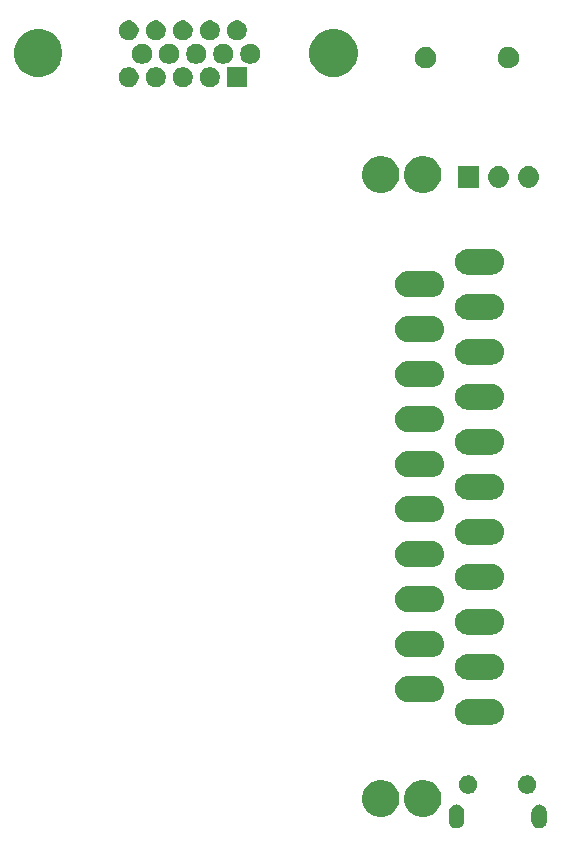
<source format=gbs>
G04 #@! TF.GenerationSoftware,KiCad,Pcbnew,(5.1.0)-1*
G04 #@! TF.CreationDate,2019-04-25T23:05:24-04:00*
G04 #@! TF.ProjectId,SCART to VGA,53434152-5420-4746-9f20-5647412e6b69,rev?*
G04 #@! TF.SameCoordinates,Original*
G04 #@! TF.FileFunction,Soldermask,Bot*
G04 #@! TF.FilePolarity,Negative*
%FSLAX46Y46*%
G04 Gerber Fmt 4.6, Leading zero omitted, Abs format (unit mm)*
G04 Created by KiCad (PCBNEW (5.1.0)-1) date 2019-04-25 23:05:24*
%MOMM*%
%LPD*%
G04 APERTURE LIST*
%ADD10C,0.100000*%
G04 APERTURE END LIST*
D10*
G36*
X114356618Y-134738920D02*
G01*
X114447404Y-134766460D01*
X114479336Y-134776146D01*
X114592425Y-134836594D01*
X114691554Y-134917946D01*
X114772906Y-135017075D01*
X114833354Y-135130164D01*
X114843040Y-135162096D01*
X114870580Y-135252882D01*
X114880000Y-135348527D01*
X114880000Y-136112473D01*
X114870580Y-136208118D01*
X114843040Y-136298904D01*
X114833354Y-136330836D01*
X114772906Y-136443925D01*
X114691554Y-136543053D01*
X114592424Y-136624406D01*
X114479335Y-136684854D01*
X114447403Y-136694540D01*
X114356617Y-136722080D01*
X114229000Y-136734649D01*
X114101382Y-136722080D01*
X114010596Y-136694540D01*
X113978664Y-136684854D01*
X113865575Y-136624406D01*
X113766447Y-136543054D01*
X113685094Y-136443924D01*
X113624646Y-136330835D01*
X113614960Y-136298903D01*
X113587420Y-136208117D01*
X113578000Y-136112472D01*
X113578000Y-135348527D01*
X113587420Y-135252882D01*
X113624645Y-135130168D01*
X113649608Y-135083466D01*
X113685095Y-135017075D01*
X113766447Y-134917946D01*
X113865576Y-134836594D01*
X113978665Y-134776146D01*
X114010597Y-134766460D01*
X114101383Y-134738920D01*
X114229000Y-134726351D01*
X114356618Y-134738920D01*
X114356618Y-134738920D01*
G37*
G36*
X121356617Y-134738920D02*
G01*
X121447403Y-134766460D01*
X121479335Y-134776146D01*
X121592424Y-134836594D01*
X121691554Y-134917947D01*
X121772906Y-135017075D01*
X121833354Y-135130164D01*
X121843040Y-135162096D01*
X121870580Y-135252882D01*
X121880000Y-135348527D01*
X121880000Y-136112473D01*
X121870580Y-136208118D01*
X121843040Y-136298904D01*
X121833354Y-136330836D01*
X121772906Y-136443925D01*
X121691554Y-136543054D01*
X121592425Y-136624406D01*
X121479336Y-136684854D01*
X121447404Y-136694540D01*
X121356618Y-136722080D01*
X121229000Y-136734649D01*
X121101383Y-136722080D01*
X121010597Y-136694540D01*
X120978665Y-136684854D01*
X120865576Y-136624406D01*
X120766447Y-136543054D01*
X120685095Y-136443925D01*
X120624648Y-136330837D01*
X120624645Y-136330832D01*
X120587420Y-136208118D01*
X120578000Y-136112473D01*
X120578000Y-135348528D01*
X120587420Y-135252883D01*
X120624645Y-135130169D01*
X120624646Y-135130165D01*
X120685094Y-135017076D01*
X120766447Y-134917946D01*
X120865575Y-134836594D01*
X120978664Y-134776146D01*
X121010596Y-134766460D01*
X121101382Y-134738920D01*
X121229000Y-134726351D01*
X121356617Y-134738920D01*
X121356617Y-134738920D01*
G37*
G36*
X108278705Y-132736738D02*
G01*
X108563025Y-132854507D01*
X108818907Y-133025482D01*
X109036518Y-133243093D01*
X109207493Y-133498975D01*
X109325262Y-133783295D01*
X109385300Y-134085126D01*
X109385300Y-134392874D01*
X109325262Y-134694705D01*
X109207493Y-134979025D01*
X109036518Y-135234907D01*
X108818907Y-135452518D01*
X108563025Y-135623493D01*
X108278705Y-135741262D01*
X107976874Y-135801300D01*
X107669126Y-135801300D01*
X107367295Y-135741262D01*
X107082975Y-135623493D01*
X106827093Y-135452518D01*
X106609482Y-135234907D01*
X106438507Y-134979025D01*
X106320738Y-134694705D01*
X106260700Y-134392874D01*
X106260700Y-134085126D01*
X106320738Y-133783295D01*
X106438507Y-133498975D01*
X106609482Y-133243093D01*
X106827093Y-133025482D01*
X107082975Y-132854507D01*
X107367295Y-132736738D01*
X107669126Y-132676700D01*
X107976874Y-132676700D01*
X108278705Y-132736738D01*
X108278705Y-132736738D01*
G37*
G36*
X111834705Y-132736738D02*
G01*
X112119025Y-132854507D01*
X112374907Y-133025482D01*
X112592518Y-133243093D01*
X112763493Y-133498975D01*
X112881262Y-133783295D01*
X112941300Y-134085126D01*
X112941300Y-134392874D01*
X112881262Y-134694705D01*
X112763493Y-134979025D01*
X112592518Y-135234907D01*
X112374907Y-135452518D01*
X112119025Y-135623493D01*
X111834705Y-135741262D01*
X111532874Y-135801300D01*
X111225126Y-135801300D01*
X110923295Y-135741262D01*
X110638975Y-135623493D01*
X110383093Y-135452518D01*
X110165482Y-135234907D01*
X109994507Y-134979025D01*
X109876738Y-134694705D01*
X109816700Y-134392874D01*
X109816700Y-134085126D01*
X109876738Y-133783295D01*
X109994507Y-133498975D01*
X110165482Y-133243093D01*
X110383093Y-133025482D01*
X110638975Y-132854507D01*
X110923295Y-132736738D01*
X111225126Y-132676700D01*
X111532874Y-132676700D01*
X111834705Y-132736738D01*
X111834705Y-132736738D01*
G37*
G36*
X115455348Y-132284320D02*
G01*
X115455350Y-132284321D01*
X115455351Y-132284321D01*
X115596574Y-132342817D01*
X115596577Y-132342819D01*
X115723669Y-132427739D01*
X115831761Y-132535831D01*
X115916681Y-132662923D01*
X115916683Y-132662926D01*
X115975179Y-132804149D01*
X116005000Y-132954071D01*
X116005000Y-133106929D01*
X115975179Y-133256851D01*
X115916683Y-133398074D01*
X115916681Y-133398077D01*
X115831761Y-133525169D01*
X115723669Y-133633261D01*
X115596577Y-133718181D01*
X115596574Y-133718183D01*
X115455351Y-133776679D01*
X115455350Y-133776679D01*
X115455348Y-133776680D01*
X115305431Y-133806500D01*
X115152569Y-133806500D01*
X115002652Y-133776680D01*
X115002650Y-133776679D01*
X115002649Y-133776679D01*
X114861426Y-133718183D01*
X114861423Y-133718181D01*
X114734331Y-133633261D01*
X114626239Y-133525169D01*
X114541319Y-133398077D01*
X114541317Y-133398074D01*
X114482821Y-133256851D01*
X114453000Y-133106929D01*
X114453000Y-132954071D01*
X114482821Y-132804149D01*
X114541317Y-132662926D01*
X114541319Y-132662923D01*
X114626239Y-132535831D01*
X114734331Y-132427739D01*
X114861423Y-132342819D01*
X114861426Y-132342817D01*
X115002649Y-132284321D01*
X115002650Y-132284321D01*
X115002652Y-132284320D01*
X115152569Y-132254500D01*
X115305431Y-132254500D01*
X115455348Y-132284320D01*
X115455348Y-132284320D01*
G37*
G36*
X120455348Y-132284320D02*
G01*
X120455350Y-132284321D01*
X120455351Y-132284321D01*
X120596574Y-132342817D01*
X120596577Y-132342819D01*
X120723669Y-132427739D01*
X120831761Y-132535831D01*
X120916681Y-132662923D01*
X120916683Y-132662926D01*
X120975179Y-132804149D01*
X121005000Y-132954071D01*
X121005000Y-133106929D01*
X120975179Y-133256851D01*
X120916683Y-133398074D01*
X120916681Y-133398077D01*
X120831761Y-133525169D01*
X120723669Y-133633261D01*
X120596577Y-133718181D01*
X120596574Y-133718183D01*
X120455351Y-133776679D01*
X120455350Y-133776679D01*
X120455348Y-133776680D01*
X120305431Y-133806500D01*
X120152569Y-133806500D01*
X120002652Y-133776680D01*
X120002650Y-133776679D01*
X120002649Y-133776679D01*
X119861426Y-133718183D01*
X119861423Y-133718181D01*
X119734331Y-133633261D01*
X119626239Y-133525169D01*
X119541319Y-133398077D01*
X119541317Y-133398074D01*
X119482821Y-133256851D01*
X119453000Y-133106929D01*
X119453000Y-132954071D01*
X119482821Y-132804149D01*
X119541317Y-132662926D01*
X119541319Y-132662923D01*
X119626239Y-132535831D01*
X119734331Y-132427739D01*
X119861423Y-132342819D01*
X119861426Y-132342817D01*
X120002649Y-132284321D01*
X120002650Y-132284321D01*
X120002652Y-132284320D01*
X120152569Y-132254500D01*
X120305431Y-132254500D01*
X120455348Y-132284320D01*
X120455348Y-132284320D01*
G37*
G36*
X117409707Y-125796603D02*
G01*
X117615592Y-125859058D01*
X117805325Y-125960472D01*
X117805328Y-125960474D01*
X117805329Y-125960475D01*
X117907586Y-126044396D01*
X117971638Y-126096962D01*
X118108128Y-126263275D01*
X118209542Y-126453008D01*
X118271997Y-126658893D01*
X118293084Y-126873000D01*
X118271997Y-127087107D01*
X118209542Y-127292992D01*
X118108128Y-127482725D01*
X117971638Y-127649038D01*
X117805325Y-127785528D01*
X117615592Y-127886942D01*
X117409707Y-127949397D01*
X117249253Y-127965200D01*
X115160747Y-127965200D01*
X115000293Y-127949397D01*
X114794408Y-127886942D01*
X114604675Y-127785528D01*
X114438362Y-127649038D01*
X114301872Y-127482725D01*
X114200458Y-127292992D01*
X114138003Y-127087107D01*
X114116916Y-126873000D01*
X114138003Y-126658893D01*
X114200458Y-126453008D01*
X114301872Y-126263275D01*
X114438362Y-126096962D01*
X114502414Y-126044396D01*
X114604671Y-125960475D01*
X114604672Y-125960474D01*
X114604675Y-125960472D01*
X114794408Y-125859058D01*
X115000293Y-125796603D01*
X115160747Y-125780800D01*
X117249253Y-125780800D01*
X117409707Y-125796603D01*
X117409707Y-125796603D01*
G37*
G36*
X112329707Y-123891603D02*
G01*
X112535592Y-123954058D01*
X112725325Y-124055472D01*
X112725328Y-124055474D01*
X112725329Y-124055475D01*
X112827586Y-124139396D01*
X112891638Y-124191962D01*
X113028128Y-124358275D01*
X113129542Y-124548008D01*
X113191997Y-124753893D01*
X113213084Y-124968000D01*
X113191997Y-125182107D01*
X113129542Y-125387992D01*
X113028128Y-125577725D01*
X113028126Y-125577728D01*
X113028125Y-125577729D01*
X112891638Y-125744038D01*
X112751488Y-125859057D01*
X112725325Y-125880528D01*
X112535592Y-125981942D01*
X112329707Y-126044397D01*
X112169253Y-126060200D01*
X110080747Y-126060200D01*
X109920293Y-126044397D01*
X109714408Y-125981942D01*
X109524675Y-125880528D01*
X109498513Y-125859057D01*
X109358362Y-125744038D01*
X109221875Y-125577729D01*
X109221874Y-125577728D01*
X109221872Y-125577725D01*
X109120458Y-125387992D01*
X109058003Y-125182107D01*
X109036916Y-124968000D01*
X109058003Y-124753893D01*
X109120458Y-124548008D01*
X109221872Y-124358275D01*
X109358362Y-124191962D01*
X109422414Y-124139396D01*
X109524671Y-124055475D01*
X109524672Y-124055474D01*
X109524675Y-124055472D01*
X109714408Y-123954058D01*
X109920293Y-123891603D01*
X110080747Y-123875800D01*
X112169253Y-123875800D01*
X112329707Y-123891603D01*
X112329707Y-123891603D01*
G37*
G36*
X117409707Y-121986603D02*
G01*
X117615592Y-122049058D01*
X117805325Y-122150472D01*
X117805328Y-122150474D01*
X117805329Y-122150475D01*
X117907586Y-122234396D01*
X117971638Y-122286962D01*
X118108128Y-122453275D01*
X118209542Y-122643008D01*
X118271997Y-122848893D01*
X118293084Y-123063000D01*
X118271997Y-123277107D01*
X118209542Y-123482992D01*
X118108128Y-123672725D01*
X118108126Y-123672728D01*
X118108125Y-123672729D01*
X117971638Y-123839038D01*
X117831488Y-123954057D01*
X117805325Y-123975528D01*
X117615592Y-124076942D01*
X117409707Y-124139397D01*
X117249253Y-124155200D01*
X115160747Y-124155200D01*
X115000293Y-124139397D01*
X114794408Y-124076942D01*
X114604675Y-123975528D01*
X114578513Y-123954057D01*
X114438362Y-123839038D01*
X114301875Y-123672729D01*
X114301874Y-123672728D01*
X114301872Y-123672725D01*
X114200458Y-123482992D01*
X114138003Y-123277107D01*
X114116916Y-123063000D01*
X114138003Y-122848893D01*
X114200458Y-122643008D01*
X114301872Y-122453275D01*
X114438362Y-122286962D01*
X114502414Y-122234396D01*
X114604671Y-122150475D01*
X114604672Y-122150474D01*
X114604675Y-122150472D01*
X114794408Y-122049058D01*
X115000293Y-121986603D01*
X115160747Y-121970800D01*
X117249253Y-121970800D01*
X117409707Y-121986603D01*
X117409707Y-121986603D01*
G37*
G36*
X112329707Y-120081603D02*
G01*
X112535592Y-120144058D01*
X112725325Y-120245472D01*
X112725328Y-120245474D01*
X112725329Y-120245475D01*
X112827586Y-120329396D01*
X112891638Y-120381962D01*
X113028128Y-120548275D01*
X113129542Y-120738008D01*
X113191997Y-120943893D01*
X113213084Y-121158000D01*
X113191997Y-121372107D01*
X113129542Y-121577992D01*
X113028128Y-121767725D01*
X113028126Y-121767728D01*
X113028125Y-121767729D01*
X112891638Y-121934038D01*
X112751488Y-122049057D01*
X112725325Y-122070528D01*
X112535592Y-122171942D01*
X112329707Y-122234397D01*
X112169253Y-122250200D01*
X110080747Y-122250200D01*
X109920293Y-122234397D01*
X109714408Y-122171942D01*
X109524675Y-122070528D01*
X109498513Y-122049057D01*
X109358362Y-121934038D01*
X109221875Y-121767729D01*
X109221874Y-121767728D01*
X109221872Y-121767725D01*
X109120458Y-121577992D01*
X109058003Y-121372107D01*
X109036916Y-121158000D01*
X109058003Y-120943893D01*
X109120458Y-120738008D01*
X109221872Y-120548275D01*
X109358362Y-120381962D01*
X109422414Y-120329396D01*
X109524671Y-120245475D01*
X109524672Y-120245474D01*
X109524675Y-120245472D01*
X109714408Y-120144058D01*
X109920293Y-120081603D01*
X110080747Y-120065800D01*
X112169253Y-120065800D01*
X112329707Y-120081603D01*
X112329707Y-120081603D01*
G37*
G36*
X117409707Y-118176603D02*
G01*
X117615592Y-118239058D01*
X117805325Y-118340472D01*
X117805328Y-118340474D01*
X117805329Y-118340475D01*
X117907586Y-118424396D01*
X117971638Y-118476962D01*
X118108128Y-118643275D01*
X118209542Y-118833008D01*
X118271997Y-119038893D01*
X118293084Y-119253000D01*
X118271997Y-119467107D01*
X118209542Y-119672992D01*
X118108128Y-119862725D01*
X118108126Y-119862728D01*
X118108125Y-119862729D01*
X117971638Y-120029038D01*
X117831488Y-120144057D01*
X117805325Y-120165528D01*
X117615592Y-120266942D01*
X117409707Y-120329397D01*
X117249253Y-120345200D01*
X115160747Y-120345200D01*
X115000293Y-120329397D01*
X114794408Y-120266942D01*
X114604675Y-120165528D01*
X114578513Y-120144057D01*
X114438362Y-120029038D01*
X114301875Y-119862729D01*
X114301874Y-119862728D01*
X114301872Y-119862725D01*
X114200458Y-119672992D01*
X114138003Y-119467107D01*
X114116916Y-119253000D01*
X114138003Y-119038893D01*
X114200458Y-118833008D01*
X114301872Y-118643275D01*
X114438362Y-118476962D01*
X114502414Y-118424396D01*
X114604671Y-118340475D01*
X114604672Y-118340474D01*
X114604675Y-118340472D01*
X114794408Y-118239058D01*
X115000293Y-118176603D01*
X115160747Y-118160800D01*
X117249253Y-118160800D01*
X117409707Y-118176603D01*
X117409707Y-118176603D01*
G37*
G36*
X112329707Y-116271603D02*
G01*
X112535592Y-116334058D01*
X112725325Y-116435472D01*
X112725328Y-116435474D01*
X112725329Y-116435475D01*
X112827586Y-116519396D01*
X112891638Y-116571962D01*
X113028128Y-116738275D01*
X113129542Y-116928008D01*
X113191997Y-117133893D01*
X113213084Y-117348000D01*
X113191997Y-117562107D01*
X113129542Y-117767992D01*
X113028128Y-117957725D01*
X113028126Y-117957728D01*
X113028125Y-117957729D01*
X112891638Y-118124038D01*
X112751488Y-118239057D01*
X112725325Y-118260528D01*
X112535592Y-118361942D01*
X112329707Y-118424397D01*
X112169253Y-118440200D01*
X110080747Y-118440200D01*
X109920293Y-118424397D01*
X109714408Y-118361942D01*
X109524675Y-118260528D01*
X109498513Y-118239057D01*
X109358362Y-118124038D01*
X109221875Y-117957729D01*
X109221874Y-117957728D01*
X109221872Y-117957725D01*
X109120458Y-117767992D01*
X109058003Y-117562107D01*
X109036916Y-117348000D01*
X109058003Y-117133893D01*
X109120458Y-116928008D01*
X109221872Y-116738275D01*
X109358362Y-116571962D01*
X109422414Y-116519396D01*
X109524671Y-116435475D01*
X109524672Y-116435474D01*
X109524675Y-116435472D01*
X109714408Y-116334058D01*
X109920293Y-116271603D01*
X110080747Y-116255800D01*
X112169253Y-116255800D01*
X112329707Y-116271603D01*
X112329707Y-116271603D01*
G37*
G36*
X117409707Y-114366603D02*
G01*
X117615592Y-114429058D01*
X117805325Y-114530472D01*
X117805328Y-114530474D01*
X117805329Y-114530475D01*
X117907586Y-114614396D01*
X117971638Y-114666962D01*
X118108128Y-114833275D01*
X118209542Y-115023008D01*
X118271997Y-115228893D01*
X118293084Y-115443000D01*
X118271997Y-115657107D01*
X118209542Y-115862992D01*
X118108128Y-116052725D01*
X118108126Y-116052728D01*
X118108125Y-116052729D01*
X117971638Y-116219038D01*
X117831488Y-116334057D01*
X117805325Y-116355528D01*
X117615592Y-116456942D01*
X117409707Y-116519397D01*
X117249253Y-116535200D01*
X115160747Y-116535200D01*
X115000293Y-116519397D01*
X114794408Y-116456942D01*
X114604675Y-116355528D01*
X114578513Y-116334057D01*
X114438362Y-116219038D01*
X114301875Y-116052729D01*
X114301874Y-116052728D01*
X114301872Y-116052725D01*
X114200458Y-115862992D01*
X114138003Y-115657107D01*
X114116916Y-115443000D01*
X114138003Y-115228893D01*
X114200458Y-115023008D01*
X114301872Y-114833275D01*
X114438362Y-114666962D01*
X114502414Y-114614396D01*
X114604671Y-114530475D01*
X114604672Y-114530474D01*
X114604675Y-114530472D01*
X114794408Y-114429058D01*
X115000293Y-114366603D01*
X115160747Y-114350800D01*
X117249253Y-114350800D01*
X117409707Y-114366603D01*
X117409707Y-114366603D01*
G37*
G36*
X112329707Y-112461603D02*
G01*
X112535592Y-112524058D01*
X112725325Y-112625472D01*
X112725328Y-112625474D01*
X112725329Y-112625475D01*
X112827586Y-112709396D01*
X112891638Y-112761962D01*
X113028128Y-112928275D01*
X113129542Y-113118008D01*
X113191997Y-113323893D01*
X113213084Y-113538000D01*
X113191997Y-113752107D01*
X113129542Y-113957992D01*
X113028128Y-114147725D01*
X113028126Y-114147728D01*
X113028125Y-114147729D01*
X112891638Y-114314038D01*
X112751488Y-114429057D01*
X112725325Y-114450528D01*
X112535592Y-114551942D01*
X112329707Y-114614397D01*
X112169253Y-114630200D01*
X110080747Y-114630200D01*
X109920293Y-114614397D01*
X109714408Y-114551942D01*
X109524675Y-114450528D01*
X109498513Y-114429057D01*
X109358362Y-114314038D01*
X109221875Y-114147729D01*
X109221874Y-114147728D01*
X109221872Y-114147725D01*
X109120458Y-113957992D01*
X109058003Y-113752107D01*
X109036916Y-113538000D01*
X109058003Y-113323893D01*
X109120458Y-113118008D01*
X109221872Y-112928275D01*
X109358362Y-112761962D01*
X109422414Y-112709396D01*
X109524671Y-112625475D01*
X109524672Y-112625474D01*
X109524675Y-112625472D01*
X109714408Y-112524058D01*
X109920293Y-112461603D01*
X110080747Y-112445800D01*
X112169253Y-112445800D01*
X112329707Y-112461603D01*
X112329707Y-112461603D01*
G37*
G36*
X117409707Y-110556603D02*
G01*
X117615592Y-110619058D01*
X117805325Y-110720472D01*
X117805328Y-110720474D01*
X117805329Y-110720475D01*
X117907586Y-110804396D01*
X117971638Y-110856962D01*
X118108128Y-111023275D01*
X118209542Y-111213008D01*
X118271997Y-111418893D01*
X118293084Y-111633000D01*
X118271997Y-111847107D01*
X118209542Y-112052992D01*
X118108128Y-112242725D01*
X118108126Y-112242728D01*
X118108125Y-112242729D01*
X117971638Y-112409038D01*
X117831488Y-112524057D01*
X117805325Y-112545528D01*
X117615592Y-112646942D01*
X117409707Y-112709397D01*
X117249253Y-112725200D01*
X115160747Y-112725200D01*
X115000293Y-112709397D01*
X114794408Y-112646942D01*
X114604675Y-112545528D01*
X114578513Y-112524057D01*
X114438362Y-112409038D01*
X114301875Y-112242729D01*
X114301874Y-112242728D01*
X114301872Y-112242725D01*
X114200458Y-112052992D01*
X114138003Y-111847107D01*
X114116916Y-111633000D01*
X114138003Y-111418893D01*
X114200458Y-111213008D01*
X114301872Y-111023275D01*
X114438362Y-110856962D01*
X114502414Y-110804396D01*
X114604671Y-110720475D01*
X114604672Y-110720474D01*
X114604675Y-110720472D01*
X114794408Y-110619058D01*
X115000293Y-110556603D01*
X115160747Y-110540800D01*
X117249253Y-110540800D01*
X117409707Y-110556603D01*
X117409707Y-110556603D01*
G37*
G36*
X112329707Y-108651603D02*
G01*
X112535592Y-108714058D01*
X112725325Y-108815472D01*
X112725328Y-108815474D01*
X112725329Y-108815475D01*
X112827586Y-108899396D01*
X112891638Y-108951962D01*
X113028128Y-109118275D01*
X113129542Y-109308008D01*
X113191997Y-109513893D01*
X113213084Y-109728000D01*
X113191997Y-109942107D01*
X113129542Y-110147992D01*
X113028128Y-110337725D01*
X113028126Y-110337728D01*
X113028125Y-110337729D01*
X112891638Y-110504038D01*
X112751488Y-110619057D01*
X112725325Y-110640528D01*
X112535592Y-110741942D01*
X112329707Y-110804397D01*
X112169253Y-110820200D01*
X110080747Y-110820200D01*
X109920293Y-110804397D01*
X109714408Y-110741942D01*
X109524675Y-110640528D01*
X109498513Y-110619057D01*
X109358362Y-110504038D01*
X109221875Y-110337729D01*
X109221874Y-110337728D01*
X109221872Y-110337725D01*
X109120458Y-110147992D01*
X109058003Y-109942107D01*
X109036916Y-109728000D01*
X109058003Y-109513893D01*
X109120458Y-109308008D01*
X109221872Y-109118275D01*
X109358362Y-108951962D01*
X109422414Y-108899396D01*
X109524671Y-108815475D01*
X109524672Y-108815474D01*
X109524675Y-108815472D01*
X109714408Y-108714058D01*
X109920293Y-108651603D01*
X110080747Y-108635800D01*
X112169253Y-108635800D01*
X112329707Y-108651603D01*
X112329707Y-108651603D01*
G37*
G36*
X117409707Y-106746603D02*
G01*
X117615592Y-106809058D01*
X117805325Y-106910472D01*
X117805328Y-106910474D01*
X117805329Y-106910475D01*
X117907586Y-106994396D01*
X117971638Y-107046962D01*
X118108128Y-107213275D01*
X118209542Y-107403008D01*
X118271997Y-107608893D01*
X118293084Y-107823000D01*
X118271997Y-108037107D01*
X118209542Y-108242992D01*
X118108128Y-108432725D01*
X118108126Y-108432728D01*
X118108125Y-108432729D01*
X117971638Y-108599038D01*
X117831488Y-108714057D01*
X117805325Y-108735528D01*
X117615592Y-108836942D01*
X117409707Y-108899397D01*
X117249253Y-108915200D01*
X115160747Y-108915200D01*
X115000293Y-108899397D01*
X114794408Y-108836942D01*
X114604675Y-108735528D01*
X114578513Y-108714057D01*
X114438362Y-108599038D01*
X114301875Y-108432729D01*
X114301874Y-108432728D01*
X114301872Y-108432725D01*
X114200458Y-108242992D01*
X114138003Y-108037107D01*
X114116916Y-107823000D01*
X114138003Y-107608893D01*
X114200458Y-107403008D01*
X114301872Y-107213275D01*
X114438362Y-107046962D01*
X114502414Y-106994396D01*
X114604671Y-106910475D01*
X114604672Y-106910474D01*
X114604675Y-106910472D01*
X114794408Y-106809058D01*
X115000293Y-106746603D01*
X115160747Y-106730800D01*
X117249253Y-106730800D01*
X117409707Y-106746603D01*
X117409707Y-106746603D01*
G37*
G36*
X112329707Y-104841603D02*
G01*
X112535592Y-104904058D01*
X112725325Y-105005472D01*
X112725328Y-105005474D01*
X112725329Y-105005475D01*
X112827586Y-105089396D01*
X112891638Y-105141962D01*
X113028128Y-105308275D01*
X113129542Y-105498008D01*
X113191997Y-105703893D01*
X113213084Y-105918000D01*
X113191997Y-106132107D01*
X113129542Y-106337992D01*
X113028128Y-106527725D01*
X113028126Y-106527728D01*
X113028125Y-106527729D01*
X112891638Y-106694038D01*
X112751488Y-106809057D01*
X112725325Y-106830528D01*
X112535592Y-106931942D01*
X112329707Y-106994397D01*
X112169253Y-107010200D01*
X110080747Y-107010200D01*
X109920293Y-106994397D01*
X109714408Y-106931942D01*
X109524675Y-106830528D01*
X109498513Y-106809057D01*
X109358362Y-106694038D01*
X109221875Y-106527729D01*
X109221874Y-106527728D01*
X109221872Y-106527725D01*
X109120458Y-106337992D01*
X109058003Y-106132107D01*
X109036916Y-105918000D01*
X109058003Y-105703893D01*
X109120458Y-105498008D01*
X109221872Y-105308275D01*
X109358362Y-105141962D01*
X109422414Y-105089396D01*
X109524671Y-105005475D01*
X109524672Y-105005474D01*
X109524675Y-105005472D01*
X109714408Y-104904058D01*
X109920293Y-104841603D01*
X110080747Y-104825800D01*
X112169253Y-104825800D01*
X112329707Y-104841603D01*
X112329707Y-104841603D01*
G37*
G36*
X117409707Y-102936603D02*
G01*
X117615592Y-102999058D01*
X117805325Y-103100472D01*
X117805328Y-103100474D01*
X117805329Y-103100475D01*
X117907586Y-103184396D01*
X117971638Y-103236962D01*
X118108128Y-103403275D01*
X118209542Y-103593008D01*
X118271997Y-103798893D01*
X118293084Y-104013000D01*
X118271997Y-104227107D01*
X118209542Y-104432992D01*
X118108128Y-104622725D01*
X118108126Y-104622728D01*
X118108125Y-104622729D01*
X117971638Y-104789038D01*
X117831488Y-104904057D01*
X117805325Y-104925528D01*
X117615592Y-105026942D01*
X117409707Y-105089397D01*
X117249253Y-105105200D01*
X115160747Y-105105200D01*
X115000293Y-105089397D01*
X114794408Y-105026942D01*
X114604675Y-104925528D01*
X114578513Y-104904057D01*
X114438362Y-104789038D01*
X114301875Y-104622729D01*
X114301874Y-104622728D01*
X114301872Y-104622725D01*
X114200458Y-104432992D01*
X114138003Y-104227107D01*
X114116916Y-104013000D01*
X114138003Y-103798893D01*
X114200458Y-103593008D01*
X114301872Y-103403275D01*
X114438362Y-103236962D01*
X114502414Y-103184396D01*
X114604671Y-103100475D01*
X114604672Y-103100474D01*
X114604675Y-103100472D01*
X114794408Y-102999058D01*
X115000293Y-102936603D01*
X115160747Y-102920800D01*
X117249253Y-102920800D01*
X117409707Y-102936603D01*
X117409707Y-102936603D01*
G37*
G36*
X112329707Y-101031603D02*
G01*
X112535592Y-101094058D01*
X112725325Y-101195472D01*
X112725328Y-101195474D01*
X112725329Y-101195475D01*
X112827586Y-101279396D01*
X112891638Y-101331962D01*
X113028128Y-101498275D01*
X113129542Y-101688008D01*
X113191997Y-101893893D01*
X113213084Y-102108000D01*
X113191997Y-102322107D01*
X113129542Y-102527992D01*
X113028128Y-102717725D01*
X113028126Y-102717728D01*
X113028125Y-102717729D01*
X112891638Y-102884038D01*
X112751488Y-102999057D01*
X112725325Y-103020528D01*
X112535592Y-103121942D01*
X112329707Y-103184397D01*
X112169253Y-103200200D01*
X110080747Y-103200200D01*
X109920293Y-103184397D01*
X109714408Y-103121942D01*
X109524675Y-103020528D01*
X109498513Y-102999057D01*
X109358362Y-102884038D01*
X109221875Y-102717729D01*
X109221874Y-102717728D01*
X109221872Y-102717725D01*
X109120458Y-102527992D01*
X109058003Y-102322107D01*
X109036916Y-102108000D01*
X109058003Y-101893893D01*
X109120458Y-101688008D01*
X109221872Y-101498275D01*
X109358362Y-101331962D01*
X109422414Y-101279396D01*
X109524671Y-101195475D01*
X109524672Y-101195474D01*
X109524675Y-101195472D01*
X109714408Y-101094058D01*
X109920293Y-101031603D01*
X110080747Y-101015800D01*
X112169253Y-101015800D01*
X112329707Y-101031603D01*
X112329707Y-101031603D01*
G37*
G36*
X117409707Y-99126603D02*
G01*
X117615592Y-99189058D01*
X117805325Y-99290472D01*
X117805328Y-99290474D01*
X117805329Y-99290475D01*
X117907586Y-99374396D01*
X117971638Y-99426962D01*
X118108128Y-99593275D01*
X118209542Y-99783008D01*
X118271997Y-99988893D01*
X118293084Y-100203000D01*
X118271997Y-100417107D01*
X118209542Y-100622992D01*
X118108128Y-100812725D01*
X118108126Y-100812728D01*
X118108125Y-100812729D01*
X117971638Y-100979038D01*
X117831488Y-101094057D01*
X117805325Y-101115528D01*
X117615592Y-101216942D01*
X117409707Y-101279397D01*
X117249253Y-101295200D01*
X115160747Y-101295200D01*
X115000293Y-101279397D01*
X114794408Y-101216942D01*
X114604675Y-101115528D01*
X114578513Y-101094057D01*
X114438362Y-100979038D01*
X114301875Y-100812729D01*
X114301874Y-100812728D01*
X114301872Y-100812725D01*
X114200458Y-100622992D01*
X114138003Y-100417107D01*
X114116916Y-100203000D01*
X114138003Y-99988893D01*
X114200458Y-99783008D01*
X114301872Y-99593275D01*
X114438362Y-99426962D01*
X114502414Y-99374396D01*
X114604671Y-99290475D01*
X114604672Y-99290474D01*
X114604675Y-99290472D01*
X114794408Y-99189058D01*
X115000293Y-99126603D01*
X115160747Y-99110800D01*
X117249253Y-99110800D01*
X117409707Y-99126603D01*
X117409707Y-99126603D01*
G37*
G36*
X112329707Y-97221603D02*
G01*
X112535592Y-97284058D01*
X112725325Y-97385472D01*
X112725328Y-97385474D01*
X112725329Y-97385475D01*
X112827586Y-97469396D01*
X112891638Y-97521962D01*
X113028128Y-97688275D01*
X113129542Y-97878008D01*
X113191997Y-98083893D01*
X113213084Y-98298000D01*
X113191997Y-98512107D01*
X113129542Y-98717992D01*
X113028128Y-98907725D01*
X113028126Y-98907728D01*
X113028125Y-98907729D01*
X112891638Y-99074038D01*
X112751488Y-99189057D01*
X112725325Y-99210528D01*
X112535592Y-99311942D01*
X112329707Y-99374397D01*
X112169253Y-99390200D01*
X110080747Y-99390200D01*
X109920293Y-99374397D01*
X109714408Y-99311942D01*
X109524675Y-99210528D01*
X109498513Y-99189057D01*
X109358362Y-99074038D01*
X109221875Y-98907729D01*
X109221874Y-98907728D01*
X109221872Y-98907725D01*
X109120458Y-98717992D01*
X109058003Y-98512107D01*
X109036916Y-98298000D01*
X109058003Y-98083893D01*
X109120458Y-97878008D01*
X109221872Y-97688275D01*
X109358362Y-97521962D01*
X109422414Y-97469396D01*
X109524671Y-97385475D01*
X109524672Y-97385474D01*
X109524675Y-97385472D01*
X109714408Y-97284058D01*
X109920293Y-97221603D01*
X110080747Y-97205800D01*
X112169253Y-97205800D01*
X112329707Y-97221603D01*
X112329707Y-97221603D01*
G37*
G36*
X117409707Y-95316603D02*
G01*
X117615592Y-95379058D01*
X117805325Y-95480472D01*
X117805328Y-95480474D01*
X117805329Y-95480475D01*
X117907586Y-95564396D01*
X117971638Y-95616962D01*
X118108128Y-95783275D01*
X118209542Y-95973008D01*
X118271997Y-96178893D01*
X118293084Y-96393000D01*
X118271997Y-96607107D01*
X118209542Y-96812992D01*
X118108128Y-97002725D01*
X118108126Y-97002728D01*
X118108125Y-97002729D01*
X117971638Y-97169038D01*
X117831488Y-97284057D01*
X117805325Y-97305528D01*
X117615592Y-97406942D01*
X117409707Y-97469397D01*
X117249253Y-97485200D01*
X115160747Y-97485200D01*
X115000293Y-97469397D01*
X114794408Y-97406942D01*
X114604675Y-97305528D01*
X114578513Y-97284057D01*
X114438362Y-97169038D01*
X114301875Y-97002729D01*
X114301874Y-97002728D01*
X114301872Y-97002725D01*
X114200458Y-96812992D01*
X114138003Y-96607107D01*
X114116916Y-96393000D01*
X114138003Y-96178893D01*
X114200458Y-95973008D01*
X114301872Y-95783275D01*
X114438362Y-95616962D01*
X114502414Y-95564396D01*
X114604671Y-95480475D01*
X114604672Y-95480474D01*
X114604675Y-95480472D01*
X114794408Y-95379058D01*
X115000293Y-95316603D01*
X115160747Y-95300800D01*
X117249253Y-95300800D01*
X117409707Y-95316603D01*
X117409707Y-95316603D01*
G37*
G36*
X112329707Y-93411603D02*
G01*
X112535592Y-93474058D01*
X112725325Y-93575472D01*
X112725328Y-93575474D01*
X112725329Y-93575475D01*
X112827586Y-93659396D01*
X112891638Y-93711962D01*
X113028128Y-93878275D01*
X113129542Y-94068008D01*
X113191997Y-94273893D01*
X113213084Y-94488000D01*
X113191997Y-94702107D01*
X113129542Y-94907992D01*
X113028128Y-95097725D01*
X113028126Y-95097728D01*
X113028125Y-95097729D01*
X112891638Y-95264038D01*
X112751488Y-95379057D01*
X112725325Y-95400528D01*
X112535592Y-95501942D01*
X112329707Y-95564397D01*
X112169253Y-95580200D01*
X110080747Y-95580200D01*
X109920293Y-95564397D01*
X109714408Y-95501942D01*
X109524675Y-95400528D01*
X109498513Y-95379057D01*
X109358362Y-95264038D01*
X109221875Y-95097729D01*
X109221874Y-95097728D01*
X109221872Y-95097725D01*
X109120458Y-94907992D01*
X109058003Y-94702107D01*
X109036916Y-94488000D01*
X109058003Y-94273893D01*
X109120458Y-94068008D01*
X109221872Y-93878275D01*
X109358362Y-93711962D01*
X109422414Y-93659396D01*
X109524671Y-93575475D01*
X109524672Y-93575474D01*
X109524675Y-93575472D01*
X109714408Y-93474058D01*
X109920293Y-93411603D01*
X110080747Y-93395800D01*
X112169253Y-93395800D01*
X112329707Y-93411603D01*
X112329707Y-93411603D01*
G37*
G36*
X117409707Y-91506603D02*
G01*
X117615592Y-91569058D01*
X117805325Y-91670472D01*
X117805328Y-91670474D01*
X117805329Y-91670475D01*
X117907586Y-91754396D01*
X117971638Y-91806962D01*
X118108128Y-91973275D01*
X118209542Y-92163008D01*
X118271997Y-92368893D01*
X118293084Y-92583000D01*
X118271997Y-92797107D01*
X118209542Y-93002992D01*
X118108128Y-93192725D01*
X118108126Y-93192728D01*
X118108125Y-93192729D01*
X117971638Y-93359038D01*
X117831488Y-93474057D01*
X117805325Y-93495528D01*
X117615592Y-93596942D01*
X117409707Y-93659397D01*
X117249253Y-93675200D01*
X115160747Y-93675200D01*
X115000293Y-93659397D01*
X114794408Y-93596942D01*
X114604675Y-93495528D01*
X114578513Y-93474057D01*
X114438362Y-93359038D01*
X114301875Y-93192729D01*
X114301874Y-93192728D01*
X114301872Y-93192725D01*
X114200458Y-93002992D01*
X114138003Y-92797107D01*
X114116916Y-92583000D01*
X114138003Y-92368893D01*
X114200458Y-92163008D01*
X114301872Y-91973275D01*
X114438362Y-91806962D01*
X114502414Y-91754396D01*
X114604671Y-91670475D01*
X114604672Y-91670474D01*
X114604675Y-91670472D01*
X114794408Y-91569058D01*
X115000293Y-91506603D01*
X115160747Y-91490800D01*
X117249253Y-91490800D01*
X117409707Y-91506603D01*
X117409707Y-91506603D01*
G37*
G36*
X112329707Y-89601603D02*
G01*
X112535592Y-89664058D01*
X112725325Y-89765472D01*
X112725328Y-89765474D01*
X112725329Y-89765475D01*
X112827586Y-89849396D01*
X112891638Y-89901962D01*
X113028128Y-90068275D01*
X113129542Y-90258008D01*
X113191997Y-90463893D01*
X113213084Y-90678000D01*
X113191997Y-90892107D01*
X113129542Y-91097992D01*
X113028128Y-91287725D01*
X113028126Y-91287728D01*
X113028125Y-91287729D01*
X112891638Y-91454038D01*
X112751488Y-91569057D01*
X112725325Y-91590528D01*
X112535592Y-91691942D01*
X112329707Y-91754397D01*
X112169253Y-91770200D01*
X110080747Y-91770200D01*
X109920293Y-91754397D01*
X109714408Y-91691942D01*
X109524675Y-91590528D01*
X109498513Y-91569057D01*
X109358362Y-91454038D01*
X109221875Y-91287729D01*
X109221874Y-91287728D01*
X109221872Y-91287725D01*
X109120458Y-91097992D01*
X109058003Y-90892107D01*
X109036916Y-90678000D01*
X109058003Y-90463893D01*
X109120458Y-90258008D01*
X109221872Y-90068275D01*
X109358362Y-89901962D01*
X109422414Y-89849396D01*
X109524671Y-89765475D01*
X109524672Y-89765474D01*
X109524675Y-89765472D01*
X109714408Y-89664058D01*
X109920293Y-89601603D01*
X110080747Y-89585800D01*
X112169253Y-89585800D01*
X112329707Y-89601603D01*
X112329707Y-89601603D01*
G37*
G36*
X117409707Y-87696603D02*
G01*
X117615592Y-87759058D01*
X117805325Y-87860472D01*
X117971638Y-87996962D01*
X118108128Y-88163275D01*
X118209542Y-88353008D01*
X118271997Y-88558893D01*
X118293084Y-88773000D01*
X118271997Y-88987107D01*
X118209542Y-89192992D01*
X118108128Y-89382725D01*
X118108126Y-89382728D01*
X118108125Y-89382729D01*
X117971638Y-89549038D01*
X117831488Y-89664057D01*
X117805325Y-89685528D01*
X117615592Y-89786942D01*
X117409707Y-89849397D01*
X117249253Y-89865200D01*
X115160747Y-89865200D01*
X115000293Y-89849397D01*
X114794408Y-89786942D01*
X114604675Y-89685528D01*
X114578513Y-89664057D01*
X114438362Y-89549038D01*
X114301875Y-89382729D01*
X114301874Y-89382728D01*
X114301872Y-89382725D01*
X114200458Y-89192992D01*
X114138003Y-88987107D01*
X114116916Y-88773000D01*
X114138003Y-88558893D01*
X114200458Y-88353008D01*
X114301872Y-88163275D01*
X114438362Y-87996962D01*
X114604675Y-87860472D01*
X114794408Y-87759058D01*
X115000293Y-87696603D01*
X115160747Y-87680800D01*
X117249253Y-87680800D01*
X117409707Y-87696603D01*
X117409707Y-87696603D01*
G37*
G36*
X111834705Y-79904738D02*
G01*
X112119025Y-80022507D01*
X112374907Y-80193482D01*
X112592518Y-80411093D01*
X112763493Y-80666975D01*
X112881262Y-80951295D01*
X112941300Y-81253126D01*
X112941300Y-81560874D01*
X112881262Y-81862705D01*
X112763493Y-82147025D01*
X112592518Y-82402907D01*
X112374907Y-82620518D01*
X112119025Y-82791493D01*
X111834705Y-82909262D01*
X111532874Y-82969300D01*
X111225126Y-82969300D01*
X110923295Y-82909262D01*
X110638975Y-82791493D01*
X110383093Y-82620518D01*
X110165482Y-82402907D01*
X109994507Y-82147025D01*
X109876738Y-81862705D01*
X109816700Y-81560874D01*
X109816700Y-81253126D01*
X109876738Y-80951295D01*
X109994507Y-80666975D01*
X110165482Y-80411093D01*
X110383093Y-80193482D01*
X110638975Y-80022507D01*
X110923295Y-79904738D01*
X111225126Y-79844700D01*
X111532874Y-79844700D01*
X111834705Y-79904738D01*
X111834705Y-79904738D01*
G37*
G36*
X108278705Y-79904738D02*
G01*
X108563025Y-80022507D01*
X108818907Y-80193482D01*
X109036518Y-80411093D01*
X109207493Y-80666975D01*
X109325262Y-80951295D01*
X109385300Y-81253126D01*
X109385300Y-81560874D01*
X109325262Y-81862705D01*
X109207493Y-82147025D01*
X109036518Y-82402907D01*
X108818907Y-82620518D01*
X108563025Y-82791493D01*
X108278705Y-82909262D01*
X107976874Y-82969300D01*
X107669126Y-82969300D01*
X107367295Y-82909262D01*
X107082975Y-82791493D01*
X106827093Y-82620518D01*
X106609482Y-82402907D01*
X106438507Y-82147025D01*
X106320738Y-81862705D01*
X106260700Y-81560874D01*
X106260700Y-81253126D01*
X106320738Y-80951295D01*
X106438507Y-80666975D01*
X106609482Y-80411093D01*
X106827093Y-80193482D01*
X107082975Y-80022507D01*
X107367295Y-79904738D01*
X107669126Y-79844700D01*
X107976874Y-79844700D01*
X108278705Y-79904738D01*
X108278705Y-79904738D01*
G37*
G36*
X116153500Y-82498500D02*
G01*
X114351500Y-82498500D01*
X114351500Y-80696500D01*
X116153500Y-80696500D01*
X116153500Y-82498500D01*
X116153500Y-82498500D01*
G37*
G36*
X117902943Y-80703019D02*
G01*
X117969127Y-80709537D01*
X118138966Y-80761057D01*
X118295491Y-80844722D01*
X118331229Y-80874052D01*
X118432686Y-80957314D01*
X118515948Y-81058771D01*
X118545278Y-81094509D01*
X118628943Y-81251034D01*
X118680463Y-81420873D01*
X118697859Y-81597500D01*
X118680463Y-81774127D01*
X118628943Y-81943966D01*
X118545278Y-82100491D01*
X118515948Y-82136229D01*
X118432686Y-82237686D01*
X118331229Y-82320948D01*
X118295491Y-82350278D01*
X118138966Y-82433943D01*
X117969127Y-82485463D01*
X117902942Y-82491982D01*
X117836760Y-82498500D01*
X117748240Y-82498500D01*
X117682058Y-82491982D01*
X117615873Y-82485463D01*
X117446034Y-82433943D01*
X117289509Y-82350278D01*
X117253771Y-82320948D01*
X117152314Y-82237686D01*
X117069052Y-82136229D01*
X117039722Y-82100491D01*
X116956057Y-81943966D01*
X116904537Y-81774127D01*
X116887141Y-81597500D01*
X116904537Y-81420873D01*
X116956057Y-81251034D01*
X117039722Y-81094509D01*
X117069052Y-81058771D01*
X117152314Y-80957314D01*
X117253771Y-80874052D01*
X117289509Y-80844722D01*
X117446034Y-80761057D01*
X117615873Y-80709537D01*
X117682057Y-80703019D01*
X117748240Y-80696500D01*
X117836760Y-80696500D01*
X117902943Y-80703019D01*
X117902943Y-80703019D01*
G37*
G36*
X120442943Y-80703019D02*
G01*
X120509127Y-80709537D01*
X120678966Y-80761057D01*
X120835491Y-80844722D01*
X120871229Y-80874052D01*
X120972686Y-80957314D01*
X121055948Y-81058771D01*
X121085278Y-81094509D01*
X121168943Y-81251034D01*
X121220463Y-81420873D01*
X121237859Y-81597500D01*
X121220463Y-81774127D01*
X121168943Y-81943966D01*
X121085278Y-82100491D01*
X121055948Y-82136229D01*
X120972686Y-82237686D01*
X120871229Y-82320948D01*
X120835491Y-82350278D01*
X120678966Y-82433943D01*
X120509127Y-82485463D01*
X120442942Y-82491982D01*
X120376760Y-82498500D01*
X120288240Y-82498500D01*
X120222058Y-82491982D01*
X120155873Y-82485463D01*
X119986034Y-82433943D01*
X119829509Y-82350278D01*
X119793771Y-82320948D01*
X119692314Y-82237686D01*
X119609052Y-82136229D01*
X119579722Y-82100491D01*
X119496057Y-81943966D01*
X119444537Y-81774127D01*
X119427141Y-81597500D01*
X119444537Y-81420873D01*
X119496057Y-81251034D01*
X119579722Y-81094509D01*
X119609052Y-81058771D01*
X119692314Y-80957314D01*
X119793771Y-80874052D01*
X119829509Y-80844722D01*
X119986034Y-80761057D01*
X120155873Y-80709537D01*
X120222057Y-80703019D01*
X120288240Y-80696500D01*
X120376760Y-80696500D01*
X120442943Y-80703019D01*
X120442943Y-80703019D01*
G37*
G36*
X96482000Y-74003000D02*
G01*
X94780000Y-74003000D01*
X94780000Y-72301000D01*
X96482000Y-72301000D01*
X96482000Y-74003000D01*
X96482000Y-74003000D01*
G37*
G36*
X93589228Y-72333703D02*
G01*
X93744100Y-72397853D01*
X93883481Y-72490985D01*
X94002015Y-72609519D01*
X94095147Y-72748900D01*
X94159297Y-72903772D01*
X94192000Y-73068184D01*
X94192000Y-73235816D01*
X94159297Y-73400228D01*
X94095147Y-73555100D01*
X94002015Y-73694481D01*
X93883481Y-73813015D01*
X93744100Y-73906147D01*
X93589228Y-73970297D01*
X93424816Y-74003000D01*
X93257184Y-74003000D01*
X93092772Y-73970297D01*
X92937900Y-73906147D01*
X92798519Y-73813015D01*
X92679985Y-73694481D01*
X92586853Y-73555100D01*
X92522703Y-73400228D01*
X92490000Y-73235816D01*
X92490000Y-73068184D01*
X92522703Y-72903772D01*
X92586853Y-72748900D01*
X92679985Y-72609519D01*
X92798519Y-72490985D01*
X92937900Y-72397853D01*
X93092772Y-72333703D01*
X93257184Y-72301000D01*
X93424816Y-72301000D01*
X93589228Y-72333703D01*
X93589228Y-72333703D01*
G37*
G36*
X91299228Y-72333703D02*
G01*
X91454100Y-72397853D01*
X91593481Y-72490985D01*
X91712015Y-72609519D01*
X91805147Y-72748900D01*
X91869297Y-72903772D01*
X91902000Y-73068184D01*
X91902000Y-73235816D01*
X91869297Y-73400228D01*
X91805147Y-73555100D01*
X91712015Y-73694481D01*
X91593481Y-73813015D01*
X91454100Y-73906147D01*
X91299228Y-73970297D01*
X91134816Y-74003000D01*
X90967184Y-74003000D01*
X90802772Y-73970297D01*
X90647900Y-73906147D01*
X90508519Y-73813015D01*
X90389985Y-73694481D01*
X90296853Y-73555100D01*
X90232703Y-73400228D01*
X90200000Y-73235816D01*
X90200000Y-73068184D01*
X90232703Y-72903772D01*
X90296853Y-72748900D01*
X90389985Y-72609519D01*
X90508519Y-72490985D01*
X90647900Y-72397853D01*
X90802772Y-72333703D01*
X90967184Y-72301000D01*
X91134816Y-72301000D01*
X91299228Y-72333703D01*
X91299228Y-72333703D01*
G37*
G36*
X89009228Y-72333703D02*
G01*
X89164100Y-72397853D01*
X89303481Y-72490985D01*
X89422015Y-72609519D01*
X89515147Y-72748900D01*
X89579297Y-72903772D01*
X89612000Y-73068184D01*
X89612000Y-73235816D01*
X89579297Y-73400228D01*
X89515147Y-73555100D01*
X89422015Y-73694481D01*
X89303481Y-73813015D01*
X89164100Y-73906147D01*
X89009228Y-73970297D01*
X88844816Y-74003000D01*
X88677184Y-74003000D01*
X88512772Y-73970297D01*
X88357900Y-73906147D01*
X88218519Y-73813015D01*
X88099985Y-73694481D01*
X88006853Y-73555100D01*
X87942703Y-73400228D01*
X87910000Y-73235816D01*
X87910000Y-73068184D01*
X87942703Y-72903772D01*
X88006853Y-72748900D01*
X88099985Y-72609519D01*
X88218519Y-72490985D01*
X88357900Y-72397853D01*
X88512772Y-72333703D01*
X88677184Y-72301000D01*
X88844816Y-72301000D01*
X89009228Y-72333703D01*
X89009228Y-72333703D01*
G37*
G36*
X86719228Y-72333703D02*
G01*
X86874100Y-72397853D01*
X87013481Y-72490985D01*
X87132015Y-72609519D01*
X87225147Y-72748900D01*
X87289297Y-72903772D01*
X87322000Y-73068184D01*
X87322000Y-73235816D01*
X87289297Y-73400228D01*
X87225147Y-73555100D01*
X87132015Y-73694481D01*
X87013481Y-73813015D01*
X86874100Y-73906147D01*
X86719228Y-73970297D01*
X86554816Y-74003000D01*
X86387184Y-74003000D01*
X86222772Y-73970297D01*
X86067900Y-73906147D01*
X85928519Y-73813015D01*
X85809985Y-73694481D01*
X85716853Y-73555100D01*
X85652703Y-73400228D01*
X85620000Y-73235816D01*
X85620000Y-73068184D01*
X85652703Y-72903772D01*
X85716853Y-72748900D01*
X85809985Y-72609519D01*
X85928519Y-72490985D01*
X86067900Y-72397853D01*
X86222772Y-72333703D01*
X86387184Y-72301000D01*
X86554816Y-72301000D01*
X86719228Y-72333703D01*
X86719228Y-72333703D01*
G37*
G36*
X79414254Y-69129818D02*
G01*
X79787511Y-69284426D01*
X79787513Y-69284427D01*
X80020685Y-69440228D01*
X80123436Y-69508884D01*
X80409116Y-69794564D01*
X80633574Y-70130489D01*
X80788182Y-70503746D01*
X80867000Y-70899993D01*
X80867000Y-71304007D01*
X80788182Y-71700254D01*
X80693937Y-71927782D01*
X80633573Y-72073513D01*
X80409116Y-72409436D01*
X80123436Y-72695116D01*
X79787513Y-72919573D01*
X79787512Y-72919574D01*
X79787511Y-72919574D01*
X79414254Y-73074182D01*
X79018007Y-73153000D01*
X78613993Y-73153000D01*
X78217746Y-73074182D01*
X77844489Y-72919574D01*
X77844488Y-72919574D01*
X77844487Y-72919573D01*
X77508564Y-72695116D01*
X77222884Y-72409436D01*
X76998427Y-72073513D01*
X76938063Y-71927782D01*
X76843818Y-71700254D01*
X76765000Y-71304007D01*
X76765000Y-70899993D01*
X76843818Y-70503746D01*
X76998426Y-70130489D01*
X77222884Y-69794564D01*
X77508564Y-69508884D01*
X77611315Y-69440228D01*
X77844487Y-69284427D01*
X77844489Y-69284426D01*
X78217746Y-69129818D01*
X78613993Y-69051000D01*
X79018007Y-69051000D01*
X79414254Y-69129818D01*
X79414254Y-69129818D01*
G37*
G36*
X104414254Y-69129818D02*
G01*
X104787511Y-69284426D01*
X104787513Y-69284427D01*
X105020685Y-69440228D01*
X105123436Y-69508884D01*
X105409116Y-69794564D01*
X105633574Y-70130489D01*
X105788182Y-70503746D01*
X105867000Y-70899993D01*
X105867000Y-71304007D01*
X105788182Y-71700254D01*
X105693937Y-71927782D01*
X105633573Y-72073513D01*
X105409116Y-72409436D01*
X105123436Y-72695116D01*
X104787513Y-72919573D01*
X104787512Y-72919574D01*
X104787511Y-72919574D01*
X104414254Y-73074182D01*
X104018007Y-73153000D01*
X103613993Y-73153000D01*
X103217746Y-73074182D01*
X102844489Y-72919574D01*
X102844488Y-72919574D01*
X102844487Y-72919573D01*
X102508564Y-72695116D01*
X102222884Y-72409436D01*
X101998427Y-72073513D01*
X101938063Y-71927782D01*
X101843818Y-71700254D01*
X101765000Y-71304007D01*
X101765000Y-70899993D01*
X101843818Y-70503746D01*
X101998426Y-70130489D01*
X102222884Y-69794564D01*
X102508564Y-69508884D01*
X102611315Y-69440228D01*
X102844487Y-69284427D01*
X102844489Y-69284426D01*
X103217746Y-69129818D01*
X103613993Y-69051000D01*
X104018007Y-69051000D01*
X104414254Y-69129818D01*
X104414254Y-69129818D01*
G37*
G36*
X118731512Y-70604927D02*
G01*
X118880812Y-70634624D01*
X119044784Y-70702544D01*
X119192354Y-70801147D01*
X119317853Y-70926646D01*
X119416456Y-71074216D01*
X119484376Y-71238188D01*
X119519000Y-71412259D01*
X119519000Y-71589741D01*
X119484376Y-71763812D01*
X119416456Y-71927784D01*
X119317853Y-72075354D01*
X119192354Y-72200853D01*
X119044784Y-72299456D01*
X118880812Y-72367376D01*
X118731512Y-72397073D01*
X118706742Y-72402000D01*
X118529258Y-72402000D01*
X118504488Y-72397073D01*
X118355188Y-72367376D01*
X118191216Y-72299456D01*
X118043646Y-72200853D01*
X117918147Y-72075354D01*
X117819544Y-71927784D01*
X117751624Y-71763812D01*
X117717000Y-71589741D01*
X117717000Y-71412259D01*
X117751624Y-71238188D01*
X117819544Y-71074216D01*
X117918147Y-70926646D01*
X118043646Y-70801147D01*
X118191216Y-70702544D01*
X118355188Y-70634624D01*
X118504488Y-70604927D01*
X118529258Y-70600000D01*
X118706742Y-70600000D01*
X118731512Y-70604927D01*
X118731512Y-70604927D01*
G37*
G36*
X111731512Y-70604927D02*
G01*
X111880812Y-70634624D01*
X112044784Y-70702544D01*
X112192354Y-70801147D01*
X112317853Y-70926646D01*
X112416456Y-71074216D01*
X112484376Y-71238188D01*
X112519000Y-71412259D01*
X112519000Y-71589741D01*
X112484376Y-71763812D01*
X112416456Y-71927784D01*
X112317853Y-72075354D01*
X112192354Y-72200853D01*
X112044784Y-72299456D01*
X111880812Y-72367376D01*
X111731512Y-72397073D01*
X111706742Y-72402000D01*
X111529258Y-72402000D01*
X111504488Y-72397073D01*
X111355188Y-72367376D01*
X111191216Y-72299456D01*
X111043646Y-72200853D01*
X110918147Y-72075354D01*
X110819544Y-71927784D01*
X110751624Y-71763812D01*
X110717000Y-71589741D01*
X110717000Y-71412259D01*
X110751624Y-71238188D01*
X110819544Y-71074216D01*
X110918147Y-70926646D01*
X111043646Y-70801147D01*
X111191216Y-70702544D01*
X111355188Y-70634624D01*
X111504488Y-70604927D01*
X111529258Y-70600000D01*
X111706742Y-70600000D01*
X111731512Y-70604927D01*
X111731512Y-70604927D01*
G37*
G36*
X87864228Y-70353703D02*
G01*
X88019100Y-70417853D01*
X88158481Y-70510985D01*
X88277015Y-70629519D01*
X88370147Y-70768900D01*
X88434297Y-70923772D01*
X88467000Y-71088184D01*
X88467000Y-71255816D01*
X88434297Y-71420228D01*
X88370147Y-71575100D01*
X88277015Y-71714481D01*
X88158481Y-71833015D01*
X88019100Y-71926147D01*
X87864228Y-71990297D01*
X87699816Y-72023000D01*
X87532184Y-72023000D01*
X87367772Y-71990297D01*
X87212900Y-71926147D01*
X87073519Y-71833015D01*
X86954985Y-71714481D01*
X86861853Y-71575100D01*
X86797703Y-71420228D01*
X86765000Y-71255816D01*
X86765000Y-71088184D01*
X86797703Y-70923772D01*
X86861853Y-70768900D01*
X86954985Y-70629519D01*
X87073519Y-70510985D01*
X87212900Y-70417853D01*
X87367772Y-70353703D01*
X87532184Y-70321000D01*
X87699816Y-70321000D01*
X87864228Y-70353703D01*
X87864228Y-70353703D01*
G37*
G36*
X90154228Y-70353703D02*
G01*
X90309100Y-70417853D01*
X90448481Y-70510985D01*
X90567015Y-70629519D01*
X90660147Y-70768900D01*
X90724297Y-70923772D01*
X90757000Y-71088184D01*
X90757000Y-71255816D01*
X90724297Y-71420228D01*
X90660147Y-71575100D01*
X90567015Y-71714481D01*
X90448481Y-71833015D01*
X90309100Y-71926147D01*
X90154228Y-71990297D01*
X89989816Y-72023000D01*
X89822184Y-72023000D01*
X89657772Y-71990297D01*
X89502900Y-71926147D01*
X89363519Y-71833015D01*
X89244985Y-71714481D01*
X89151853Y-71575100D01*
X89087703Y-71420228D01*
X89055000Y-71255816D01*
X89055000Y-71088184D01*
X89087703Y-70923772D01*
X89151853Y-70768900D01*
X89244985Y-70629519D01*
X89363519Y-70510985D01*
X89502900Y-70417853D01*
X89657772Y-70353703D01*
X89822184Y-70321000D01*
X89989816Y-70321000D01*
X90154228Y-70353703D01*
X90154228Y-70353703D01*
G37*
G36*
X92444228Y-70353703D02*
G01*
X92599100Y-70417853D01*
X92738481Y-70510985D01*
X92857015Y-70629519D01*
X92950147Y-70768900D01*
X93014297Y-70923772D01*
X93047000Y-71088184D01*
X93047000Y-71255816D01*
X93014297Y-71420228D01*
X92950147Y-71575100D01*
X92857015Y-71714481D01*
X92738481Y-71833015D01*
X92599100Y-71926147D01*
X92444228Y-71990297D01*
X92279816Y-72023000D01*
X92112184Y-72023000D01*
X91947772Y-71990297D01*
X91792900Y-71926147D01*
X91653519Y-71833015D01*
X91534985Y-71714481D01*
X91441853Y-71575100D01*
X91377703Y-71420228D01*
X91345000Y-71255816D01*
X91345000Y-71088184D01*
X91377703Y-70923772D01*
X91441853Y-70768900D01*
X91534985Y-70629519D01*
X91653519Y-70510985D01*
X91792900Y-70417853D01*
X91947772Y-70353703D01*
X92112184Y-70321000D01*
X92279816Y-70321000D01*
X92444228Y-70353703D01*
X92444228Y-70353703D01*
G37*
G36*
X94734228Y-70353703D02*
G01*
X94889100Y-70417853D01*
X95028481Y-70510985D01*
X95147015Y-70629519D01*
X95240147Y-70768900D01*
X95304297Y-70923772D01*
X95337000Y-71088184D01*
X95337000Y-71255816D01*
X95304297Y-71420228D01*
X95240147Y-71575100D01*
X95147015Y-71714481D01*
X95028481Y-71833015D01*
X94889100Y-71926147D01*
X94734228Y-71990297D01*
X94569816Y-72023000D01*
X94402184Y-72023000D01*
X94237772Y-71990297D01*
X94082900Y-71926147D01*
X93943519Y-71833015D01*
X93824985Y-71714481D01*
X93731853Y-71575100D01*
X93667703Y-71420228D01*
X93635000Y-71255816D01*
X93635000Y-71088184D01*
X93667703Y-70923772D01*
X93731853Y-70768900D01*
X93824985Y-70629519D01*
X93943519Y-70510985D01*
X94082900Y-70417853D01*
X94237772Y-70353703D01*
X94402184Y-70321000D01*
X94569816Y-70321000D01*
X94734228Y-70353703D01*
X94734228Y-70353703D01*
G37*
G36*
X97024228Y-70353703D02*
G01*
X97179100Y-70417853D01*
X97318481Y-70510985D01*
X97437015Y-70629519D01*
X97530147Y-70768900D01*
X97594297Y-70923772D01*
X97627000Y-71088184D01*
X97627000Y-71255816D01*
X97594297Y-71420228D01*
X97530147Y-71575100D01*
X97437015Y-71714481D01*
X97318481Y-71833015D01*
X97179100Y-71926147D01*
X97024228Y-71990297D01*
X96859816Y-72023000D01*
X96692184Y-72023000D01*
X96527772Y-71990297D01*
X96372900Y-71926147D01*
X96233519Y-71833015D01*
X96114985Y-71714481D01*
X96021853Y-71575100D01*
X95957703Y-71420228D01*
X95925000Y-71255816D01*
X95925000Y-71088184D01*
X95957703Y-70923772D01*
X96021853Y-70768900D01*
X96114985Y-70629519D01*
X96233519Y-70510985D01*
X96372900Y-70417853D01*
X96527772Y-70353703D01*
X96692184Y-70321000D01*
X96859816Y-70321000D01*
X97024228Y-70353703D01*
X97024228Y-70353703D01*
G37*
G36*
X86719228Y-68373703D02*
G01*
X86874100Y-68437853D01*
X87013481Y-68530985D01*
X87132015Y-68649519D01*
X87225147Y-68788900D01*
X87289297Y-68943772D01*
X87322000Y-69108184D01*
X87322000Y-69275816D01*
X87289297Y-69440228D01*
X87225147Y-69595100D01*
X87132015Y-69734481D01*
X87013481Y-69853015D01*
X86874100Y-69946147D01*
X86719228Y-70010297D01*
X86554816Y-70043000D01*
X86387184Y-70043000D01*
X86222772Y-70010297D01*
X86067900Y-69946147D01*
X85928519Y-69853015D01*
X85809985Y-69734481D01*
X85716853Y-69595100D01*
X85652703Y-69440228D01*
X85620000Y-69275816D01*
X85620000Y-69108184D01*
X85652703Y-68943772D01*
X85716853Y-68788900D01*
X85809985Y-68649519D01*
X85928519Y-68530985D01*
X86067900Y-68437853D01*
X86222772Y-68373703D01*
X86387184Y-68341000D01*
X86554816Y-68341000D01*
X86719228Y-68373703D01*
X86719228Y-68373703D01*
G37*
G36*
X89009228Y-68373703D02*
G01*
X89164100Y-68437853D01*
X89303481Y-68530985D01*
X89422015Y-68649519D01*
X89515147Y-68788900D01*
X89579297Y-68943772D01*
X89612000Y-69108184D01*
X89612000Y-69275816D01*
X89579297Y-69440228D01*
X89515147Y-69595100D01*
X89422015Y-69734481D01*
X89303481Y-69853015D01*
X89164100Y-69946147D01*
X89009228Y-70010297D01*
X88844816Y-70043000D01*
X88677184Y-70043000D01*
X88512772Y-70010297D01*
X88357900Y-69946147D01*
X88218519Y-69853015D01*
X88099985Y-69734481D01*
X88006853Y-69595100D01*
X87942703Y-69440228D01*
X87910000Y-69275816D01*
X87910000Y-69108184D01*
X87942703Y-68943772D01*
X88006853Y-68788900D01*
X88099985Y-68649519D01*
X88218519Y-68530985D01*
X88357900Y-68437853D01*
X88512772Y-68373703D01*
X88677184Y-68341000D01*
X88844816Y-68341000D01*
X89009228Y-68373703D01*
X89009228Y-68373703D01*
G37*
G36*
X91299228Y-68373703D02*
G01*
X91454100Y-68437853D01*
X91593481Y-68530985D01*
X91712015Y-68649519D01*
X91805147Y-68788900D01*
X91869297Y-68943772D01*
X91902000Y-69108184D01*
X91902000Y-69275816D01*
X91869297Y-69440228D01*
X91805147Y-69595100D01*
X91712015Y-69734481D01*
X91593481Y-69853015D01*
X91454100Y-69946147D01*
X91299228Y-70010297D01*
X91134816Y-70043000D01*
X90967184Y-70043000D01*
X90802772Y-70010297D01*
X90647900Y-69946147D01*
X90508519Y-69853015D01*
X90389985Y-69734481D01*
X90296853Y-69595100D01*
X90232703Y-69440228D01*
X90200000Y-69275816D01*
X90200000Y-69108184D01*
X90232703Y-68943772D01*
X90296853Y-68788900D01*
X90389985Y-68649519D01*
X90508519Y-68530985D01*
X90647900Y-68437853D01*
X90802772Y-68373703D01*
X90967184Y-68341000D01*
X91134816Y-68341000D01*
X91299228Y-68373703D01*
X91299228Y-68373703D01*
G37*
G36*
X93589228Y-68373703D02*
G01*
X93744100Y-68437853D01*
X93883481Y-68530985D01*
X94002015Y-68649519D01*
X94095147Y-68788900D01*
X94159297Y-68943772D01*
X94192000Y-69108184D01*
X94192000Y-69275816D01*
X94159297Y-69440228D01*
X94095147Y-69595100D01*
X94002015Y-69734481D01*
X93883481Y-69853015D01*
X93744100Y-69946147D01*
X93589228Y-70010297D01*
X93424816Y-70043000D01*
X93257184Y-70043000D01*
X93092772Y-70010297D01*
X92937900Y-69946147D01*
X92798519Y-69853015D01*
X92679985Y-69734481D01*
X92586853Y-69595100D01*
X92522703Y-69440228D01*
X92490000Y-69275816D01*
X92490000Y-69108184D01*
X92522703Y-68943772D01*
X92586853Y-68788900D01*
X92679985Y-68649519D01*
X92798519Y-68530985D01*
X92937900Y-68437853D01*
X93092772Y-68373703D01*
X93257184Y-68341000D01*
X93424816Y-68341000D01*
X93589228Y-68373703D01*
X93589228Y-68373703D01*
G37*
G36*
X95879228Y-68373703D02*
G01*
X96034100Y-68437853D01*
X96173481Y-68530985D01*
X96292015Y-68649519D01*
X96385147Y-68788900D01*
X96449297Y-68943772D01*
X96482000Y-69108184D01*
X96482000Y-69275816D01*
X96449297Y-69440228D01*
X96385147Y-69595100D01*
X96292015Y-69734481D01*
X96173481Y-69853015D01*
X96034100Y-69946147D01*
X95879228Y-70010297D01*
X95714816Y-70043000D01*
X95547184Y-70043000D01*
X95382772Y-70010297D01*
X95227900Y-69946147D01*
X95088519Y-69853015D01*
X94969985Y-69734481D01*
X94876853Y-69595100D01*
X94812703Y-69440228D01*
X94780000Y-69275816D01*
X94780000Y-69108184D01*
X94812703Y-68943772D01*
X94876853Y-68788900D01*
X94969985Y-68649519D01*
X95088519Y-68530985D01*
X95227900Y-68437853D01*
X95382772Y-68373703D01*
X95547184Y-68341000D01*
X95714816Y-68341000D01*
X95879228Y-68373703D01*
X95879228Y-68373703D01*
G37*
M02*

</source>
